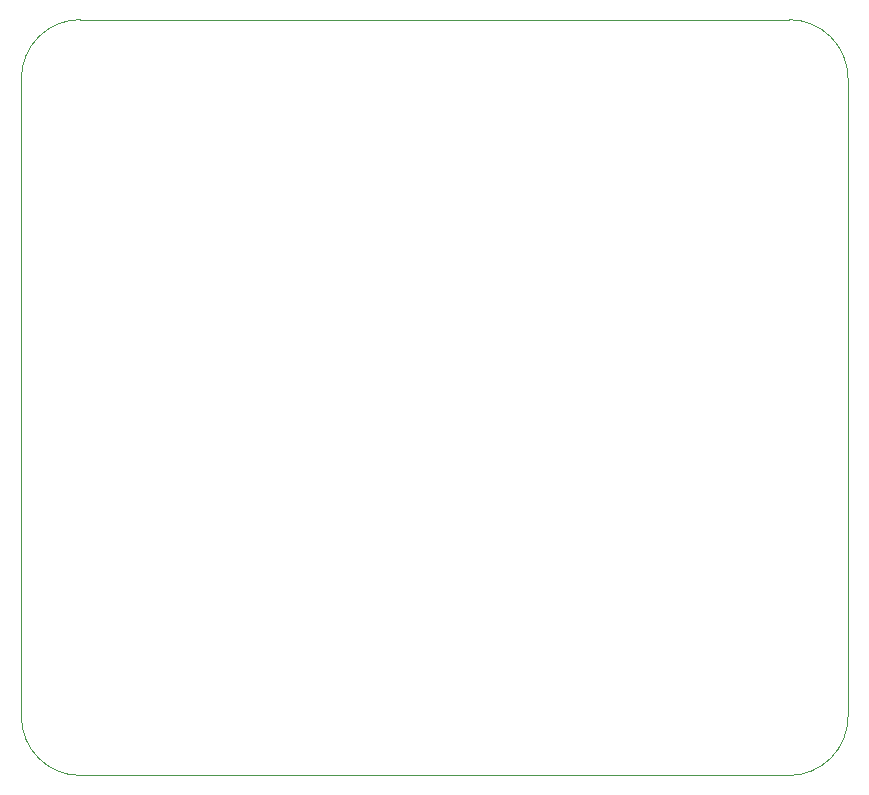
<source format=gm1>
G04 #@! TF.GenerationSoftware,KiCad,Pcbnew,(6.0.8-1)-1*
G04 #@! TF.CreationDate,2023-04-27T22:08:01+09:00*
G04 #@! TF.ProjectId,ikako_f303,696b616b-6f5f-4663-9330-332e6b696361,rev?*
G04 #@! TF.SameCoordinates,Original*
G04 #@! TF.FileFunction,Profile,NP*
%FSLAX46Y46*%
G04 Gerber Fmt 4.6, Leading zero omitted, Abs format (unit mm)*
G04 Created by KiCad (PCBNEW (6.0.8-1)-1) date 2023-04-27 22:08:01*
%MOMM*%
%LPD*%
G01*
G04 APERTURE LIST*
G04 #@! TA.AperFunction,Profile*
%ADD10C,0.100000*%
G04 #@! TD*
G04 APERTURE END LIST*
D10*
X120000000Y-47000000D02*
G75*
G03*
X115000000Y-52000000I0J-5000000D01*
G01*
X185000000Y-52000000D02*
X185000000Y-106000000D01*
X115000000Y-106000000D02*
X115000000Y-52000000D01*
X120000000Y-47000000D02*
X180000000Y-47000000D01*
X115000000Y-106000000D02*
G75*
G03*
X120000000Y-111000000I5000000J0D01*
G01*
X180000000Y-111000000D02*
X120000000Y-111000000D01*
X185000000Y-52000000D02*
G75*
G03*
X180000000Y-47000000I-5000000J0D01*
G01*
X180000000Y-111000000D02*
G75*
G03*
X185000000Y-106000000I0J5000000D01*
G01*
M02*

</source>
